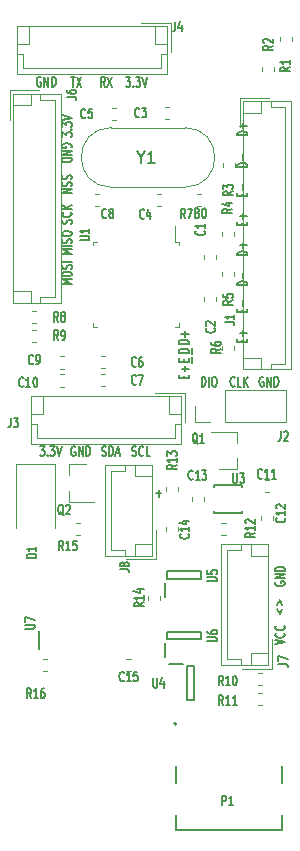
<source format=gbr>
G04 #@! TF.GenerationSoftware,KiCad,Pcbnew,(5.1.6)-1*
G04 #@! TF.CreationDate,2023-02-24T22:08:04-06:00*
G04 #@! TF.ProjectId,EncoderBoard3(1.2),456e636f-6465-4724-926f-617264332831,v1.0*
G04 #@! TF.SameCoordinates,Original*
G04 #@! TF.FileFunction,Legend,Top*
G04 #@! TF.FilePolarity,Positive*
%FSLAX46Y46*%
G04 Gerber Fmt 4.6, Leading zero omitted, Abs format (unit mm)*
G04 Created by KiCad (PCBNEW (5.1.6)-1) date 2023-02-24 22:08:04*
%MOMM*%
%LPD*%
G01*
G04 APERTURE LIST*
%ADD10C,0.152400*%
%ADD11C,0.120000*%
%ADD12C,0.200000*%
%ADD13C,0.127000*%
%ADD14C,0.150000*%
G04 APERTURE END LIST*
D10*
X133154057Y-110773028D02*
X133154057Y-110308571D01*
X133154057Y-111535028D02*
X133154057Y-111070571D01*
X132433422Y-112826800D02*
X132433422Y-112623600D01*
X132859175Y-112536514D02*
X132859175Y-112826800D01*
X132046375Y-112826800D01*
X132046375Y-112536514D01*
X132549537Y-112275257D02*
X132549537Y-111810800D01*
X132859175Y-112043028D02*
X132239899Y-112043028D01*
X132402942Y-111433428D02*
X132402942Y-111230228D01*
X132828695Y-111143142D02*
X132828695Y-111433428D01*
X132015895Y-111433428D01*
X132015895Y-111143142D01*
X132828695Y-110700457D02*
X132015895Y-110700457D01*
X132015895Y-110555314D01*
X132054600Y-110468228D01*
X132132009Y-110410171D01*
X132209419Y-110381142D01*
X132364238Y-110352114D01*
X132480352Y-110352114D01*
X132635171Y-110381142D01*
X132712580Y-110410171D01*
X132789990Y-110468228D01*
X132828695Y-110555314D01*
X132828695Y-110700457D01*
X132828695Y-109934828D02*
X132015895Y-109934828D01*
X132015895Y-109789685D01*
X132054600Y-109702600D01*
X132132009Y-109644542D01*
X132209419Y-109615514D01*
X132364238Y-109586485D01*
X132480352Y-109586485D01*
X132635171Y-109615514D01*
X132712580Y-109644542D01*
X132789990Y-109702600D01*
X132828695Y-109789685D01*
X132828695Y-109934828D01*
X132519057Y-109325228D02*
X132519057Y-108860771D01*
X132828695Y-109093000D02*
X132209419Y-109093000D01*
X137781695Y-94961528D02*
X136968895Y-94961528D01*
X136968895Y-94816385D01*
X137007600Y-94729300D01*
X137085009Y-94671242D01*
X137162419Y-94642214D01*
X137317238Y-94613185D01*
X137433352Y-94613185D01*
X137588171Y-94642214D01*
X137665580Y-94671242D01*
X137742990Y-94729300D01*
X137781695Y-94816385D01*
X137781695Y-94961528D01*
X137472057Y-94351928D02*
X137472057Y-93887471D01*
X137781695Y-92294528D02*
X136968895Y-92294528D01*
X136968895Y-92149385D01*
X137007600Y-92062300D01*
X137085009Y-92004242D01*
X137162419Y-91975214D01*
X137317238Y-91946185D01*
X137433352Y-91946185D01*
X137588171Y-91975214D01*
X137665580Y-92004242D01*
X137742990Y-92062300D01*
X137781695Y-92149385D01*
X137781695Y-92294528D01*
X137472057Y-91684928D02*
X137472057Y-91220471D01*
X137781695Y-91452700D02*
X137162419Y-91452700D01*
X137355942Y-109791500D02*
X137355942Y-109588300D01*
X137781695Y-109501214D02*
X137781695Y-109791500D01*
X136968895Y-109791500D01*
X136968895Y-109501214D01*
X137472057Y-109239957D02*
X137472057Y-108775500D01*
X137781695Y-109007728D02*
X137162419Y-109007728D01*
X137781695Y-102441828D02*
X136968895Y-102441828D01*
X136968895Y-102296685D01*
X137007600Y-102209600D01*
X137085009Y-102151542D01*
X137162419Y-102122514D01*
X137317238Y-102093485D01*
X137433352Y-102093485D01*
X137588171Y-102122514D01*
X137665580Y-102151542D01*
X137742990Y-102209600D01*
X137781695Y-102296685D01*
X137781695Y-102441828D01*
X137472057Y-101832228D02*
X137472057Y-101367771D01*
X137781695Y-101600000D02*
X137162419Y-101600000D01*
X137781695Y-104981828D02*
X136968895Y-104981828D01*
X136968895Y-104836685D01*
X137007600Y-104749600D01*
X137085009Y-104691542D01*
X137162419Y-104662514D01*
X137317238Y-104633485D01*
X137433352Y-104633485D01*
X137588171Y-104662514D01*
X137665580Y-104691542D01*
X137742990Y-104749600D01*
X137781695Y-104836685D01*
X137781695Y-104981828D01*
X137472057Y-104372228D02*
X137472057Y-103907771D01*
X137355942Y-107251500D02*
X137355942Y-107048300D01*
X137781695Y-106961214D02*
X137781695Y-107251500D01*
X136968895Y-107251500D01*
X136968895Y-106961214D01*
X137472057Y-106699957D02*
X137472057Y-106235500D01*
X137355942Y-97459800D02*
X137355942Y-97256600D01*
X137781695Y-97169514D02*
X137781695Y-97459800D01*
X136968895Y-97459800D01*
X136968895Y-97169514D01*
X137472057Y-96908257D02*
X137472057Y-96443800D01*
X137355942Y-99885500D02*
X137355942Y-99682300D01*
X137781695Y-99595214D02*
X137781695Y-99885500D01*
X136968895Y-99885500D01*
X136968895Y-99595214D01*
X137472057Y-99333957D02*
X137472057Y-98869500D01*
X137781695Y-99101728D02*
X137162419Y-99101728D01*
X122935395Y-97198542D02*
X122122595Y-97198542D01*
X122935395Y-96850200D01*
X122122595Y-96850200D01*
X122896690Y-96588942D02*
X122935395Y-96501857D01*
X122935395Y-96356714D01*
X122896690Y-96298657D01*
X122857985Y-96269628D01*
X122780576Y-96240600D01*
X122703166Y-96240600D01*
X122625757Y-96269628D01*
X122587052Y-96298657D01*
X122548347Y-96356714D01*
X122509642Y-96472828D01*
X122470938Y-96530885D01*
X122432233Y-96559914D01*
X122354823Y-96588942D01*
X122277414Y-96588942D01*
X122200004Y-96559914D01*
X122161300Y-96530885D01*
X122122595Y-96472828D01*
X122122595Y-96327685D01*
X122161300Y-96240600D01*
X122896690Y-96008371D02*
X122935395Y-95921285D01*
X122935395Y-95776142D01*
X122896690Y-95718085D01*
X122857985Y-95689057D01*
X122780576Y-95660028D01*
X122703166Y-95660028D01*
X122625757Y-95689057D01*
X122587052Y-95718085D01*
X122548347Y-95776142D01*
X122509642Y-95892257D01*
X122470938Y-95950314D01*
X122432233Y-95979342D01*
X122354823Y-96008371D01*
X122277414Y-96008371D01*
X122200004Y-95979342D01*
X122161300Y-95950314D01*
X122122595Y-95892257D01*
X122122595Y-95747114D01*
X122161300Y-95660028D01*
X122896690Y-99767571D02*
X122935395Y-99680485D01*
X122935395Y-99535342D01*
X122896690Y-99477285D01*
X122857985Y-99448257D01*
X122780576Y-99419228D01*
X122703166Y-99419228D01*
X122625757Y-99448257D01*
X122587052Y-99477285D01*
X122548347Y-99535342D01*
X122509642Y-99651457D01*
X122470938Y-99709514D01*
X122432233Y-99738542D01*
X122354823Y-99767571D01*
X122277414Y-99767571D01*
X122200004Y-99738542D01*
X122161300Y-99709514D01*
X122122595Y-99651457D01*
X122122595Y-99506314D01*
X122161300Y-99419228D01*
X122857985Y-98809628D02*
X122896690Y-98838657D01*
X122935395Y-98925742D01*
X122935395Y-98983800D01*
X122896690Y-99070885D01*
X122819280Y-99128942D01*
X122741871Y-99157971D01*
X122587052Y-99187000D01*
X122470938Y-99187000D01*
X122316119Y-99157971D01*
X122238709Y-99128942D01*
X122161300Y-99070885D01*
X122122595Y-98983800D01*
X122122595Y-98925742D01*
X122161300Y-98838657D01*
X122200004Y-98809628D01*
X122935395Y-98548371D02*
X122122595Y-98548371D01*
X122935395Y-98200028D02*
X122470938Y-98461285D01*
X122122595Y-98200028D02*
X122587052Y-98548371D01*
X122935395Y-102354742D02*
X122122595Y-102354742D01*
X122703166Y-102151542D01*
X122122595Y-101948342D01*
X122935395Y-101948342D01*
X122935395Y-101658057D02*
X122122595Y-101658057D01*
X122896690Y-101396800D02*
X122935395Y-101309714D01*
X122935395Y-101164571D01*
X122896690Y-101106514D01*
X122857985Y-101077485D01*
X122780576Y-101048457D01*
X122703166Y-101048457D01*
X122625757Y-101077485D01*
X122587052Y-101106514D01*
X122548347Y-101164571D01*
X122509642Y-101280685D01*
X122470938Y-101338742D01*
X122432233Y-101367771D01*
X122354823Y-101396800D01*
X122277414Y-101396800D01*
X122200004Y-101367771D01*
X122161300Y-101338742D01*
X122122595Y-101280685D01*
X122122595Y-101135542D01*
X122161300Y-101048457D01*
X122122595Y-100671085D02*
X122122595Y-100554971D01*
X122161300Y-100496914D01*
X122238709Y-100438857D01*
X122393528Y-100409828D01*
X122664461Y-100409828D01*
X122819280Y-100438857D01*
X122896690Y-100496914D01*
X122935395Y-100554971D01*
X122935395Y-100671085D01*
X122896690Y-100729142D01*
X122819280Y-100787200D01*
X122664461Y-100816228D01*
X122393528Y-100816228D01*
X122238709Y-100787200D01*
X122161300Y-100729142D01*
X122122595Y-100671085D01*
X122935395Y-104894742D02*
X122122595Y-104894742D01*
X122703166Y-104691542D01*
X122122595Y-104488342D01*
X122935395Y-104488342D01*
X122122595Y-104081942D02*
X122122595Y-103965828D01*
X122161300Y-103907771D01*
X122238709Y-103849714D01*
X122393528Y-103820685D01*
X122664461Y-103820685D01*
X122819280Y-103849714D01*
X122896690Y-103907771D01*
X122935395Y-103965828D01*
X122935395Y-104081942D01*
X122896690Y-104140000D01*
X122819280Y-104198057D01*
X122664461Y-104227085D01*
X122393528Y-104227085D01*
X122238709Y-104198057D01*
X122161300Y-104140000D01*
X122122595Y-104081942D01*
X122896690Y-103588457D02*
X122935395Y-103501371D01*
X122935395Y-103356228D01*
X122896690Y-103298171D01*
X122857985Y-103269142D01*
X122780576Y-103240114D01*
X122703166Y-103240114D01*
X122625757Y-103269142D01*
X122587052Y-103298171D01*
X122548347Y-103356228D01*
X122509642Y-103472342D01*
X122470938Y-103530400D01*
X122432233Y-103559428D01*
X122354823Y-103588457D01*
X122277414Y-103588457D01*
X122200004Y-103559428D01*
X122161300Y-103530400D01*
X122122595Y-103472342D01*
X122122595Y-103327200D01*
X122161300Y-103240114D01*
X122935395Y-102978857D02*
X122122595Y-102978857D01*
X122890280Y-93297102D02*
X122928984Y-93239045D01*
X122928984Y-93151960D01*
X122890280Y-93064874D01*
X122812870Y-93006817D01*
X122735460Y-92977788D01*
X122580641Y-92948760D01*
X122464527Y-92948760D01*
X122309708Y-92977788D01*
X122232299Y-93006817D01*
X122154889Y-93064874D01*
X122116184Y-93151960D01*
X122116184Y-93210017D01*
X122154889Y-93297102D01*
X122193594Y-93326131D01*
X122464527Y-93326131D01*
X122464527Y-93210017D01*
X122116184Y-93587388D02*
X122928984Y-93587388D01*
X122116184Y-93935731D01*
X122928984Y-93935731D01*
X122116184Y-94226017D02*
X122928984Y-94226017D01*
X122928984Y-94371160D01*
X122890280Y-94458245D01*
X122812870Y-94516302D01*
X122735460Y-94545331D01*
X122580641Y-94574360D01*
X122464527Y-94574360D01*
X122309708Y-94545331D01*
X122232299Y-94516302D01*
X122154889Y-94458245D01*
X122116184Y-94371160D01*
X122116184Y-94226017D01*
X122120055Y-92416085D02*
X122120055Y-92038714D01*
X122429693Y-92241914D01*
X122429693Y-92154828D01*
X122468398Y-92096771D01*
X122507102Y-92067742D01*
X122584512Y-92038714D01*
X122778036Y-92038714D01*
X122855445Y-92067742D01*
X122894150Y-92096771D01*
X122932855Y-92154828D01*
X122932855Y-92329000D01*
X122894150Y-92387057D01*
X122855445Y-92416085D01*
X122855445Y-91777457D02*
X122894150Y-91748428D01*
X122932855Y-91777457D01*
X122894150Y-91806485D01*
X122855445Y-91777457D01*
X122932855Y-91777457D01*
X122120055Y-91545228D02*
X122120055Y-91167857D01*
X122429693Y-91371057D01*
X122429693Y-91283971D01*
X122468398Y-91225914D01*
X122507102Y-91196885D01*
X122584512Y-91167857D01*
X122778036Y-91167857D01*
X122855445Y-91196885D01*
X122894150Y-91225914D01*
X122932855Y-91283971D01*
X122932855Y-91458142D01*
X122894150Y-91516200D01*
X122855445Y-91545228D01*
X122120055Y-90993685D02*
X122932855Y-90790485D01*
X122120055Y-90587285D01*
X125760480Y-88150095D02*
X125557280Y-87763047D01*
X125412137Y-88150095D02*
X125412137Y-87337295D01*
X125644365Y-87337295D01*
X125702422Y-87376000D01*
X125731451Y-87414704D01*
X125760480Y-87492114D01*
X125760480Y-87608228D01*
X125731451Y-87685638D01*
X125702422Y-87724342D01*
X125644365Y-87763047D01*
X125412137Y-87763047D01*
X125963680Y-87337295D02*
X126370080Y-88150095D01*
X126370080Y-87337295D02*
X125963680Y-88150095D01*
X122857622Y-87337295D02*
X123205965Y-87337295D01*
X123031794Y-88150095D02*
X123031794Y-87337295D01*
X123351108Y-87337295D02*
X123757508Y-88150095D01*
X123757508Y-87337295D02*
X123351108Y-88150095D01*
X120317622Y-87376000D02*
X120259565Y-87337295D01*
X120172480Y-87337295D01*
X120085394Y-87376000D01*
X120027337Y-87453409D01*
X119998308Y-87530819D01*
X119969280Y-87685638D01*
X119969280Y-87801752D01*
X119998308Y-87956571D01*
X120027337Y-88033980D01*
X120085394Y-88111390D01*
X120172480Y-88150095D01*
X120230537Y-88150095D01*
X120317622Y-88111390D01*
X120346651Y-88072685D01*
X120346651Y-87801752D01*
X120230537Y-87801752D01*
X120607908Y-88150095D02*
X120607908Y-87337295D01*
X120956251Y-88150095D01*
X120956251Y-87337295D01*
X121246537Y-88150095D02*
X121246537Y-87337295D01*
X121391680Y-87337295D01*
X121478765Y-87376000D01*
X121536822Y-87453409D01*
X121565851Y-87530819D01*
X121594880Y-87685638D01*
X121594880Y-87801752D01*
X121565851Y-87956571D01*
X121536822Y-88033980D01*
X121478765Y-88111390D01*
X121391680Y-88150095D01*
X121246537Y-88150095D01*
X127502194Y-87337295D02*
X127879565Y-87337295D01*
X127676365Y-87646933D01*
X127763451Y-87646933D01*
X127821508Y-87685638D01*
X127850537Y-87724342D01*
X127879565Y-87801752D01*
X127879565Y-87995276D01*
X127850537Y-88072685D01*
X127821508Y-88111390D01*
X127763451Y-88150095D01*
X127589280Y-88150095D01*
X127531222Y-88111390D01*
X127502194Y-88072685D01*
X128140822Y-88072685D02*
X128169851Y-88111390D01*
X128140822Y-88150095D01*
X128111794Y-88111390D01*
X128140822Y-88072685D01*
X128140822Y-88150095D01*
X128373051Y-87337295D02*
X128750422Y-87337295D01*
X128547222Y-87646933D01*
X128634308Y-87646933D01*
X128692365Y-87685638D01*
X128721394Y-87724342D01*
X128750422Y-87801752D01*
X128750422Y-87995276D01*
X128721394Y-88072685D01*
X128692365Y-88111390D01*
X128634308Y-88150095D01*
X128460137Y-88150095D01*
X128402080Y-88111390D01*
X128373051Y-88072685D01*
X128924594Y-87337295D02*
X129127794Y-88150095D01*
X129330994Y-87337295D01*
X120258114Y-118604695D02*
X120635485Y-118604695D01*
X120432285Y-118914333D01*
X120519371Y-118914333D01*
X120577428Y-118953038D01*
X120606457Y-118991742D01*
X120635485Y-119069152D01*
X120635485Y-119262676D01*
X120606457Y-119340085D01*
X120577428Y-119378790D01*
X120519371Y-119417495D01*
X120345200Y-119417495D01*
X120287142Y-119378790D01*
X120258114Y-119340085D01*
X120896742Y-119340085D02*
X120925771Y-119378790D01*
X120896742Y-119417495D01*
X120867714Y-119378790D01*
X120896742Y-119340085D01*
X120896742Y-119417495D01*
X121128971Y-118604695D02*
X121506342Y-118604695D01*
X121303142Y-118914333D01*
X121390228Y-118914333D01*
X121448285Y-118953038D01*
X121477314Y-118991742D01*
X121506342Y-119069152D01*
X121506342Y-119262676D01*
X121477314Y-119340085D01*
X121448285Y-119378790D01*
X121390228Y-119417495D01*
X121216057Y-119417495D01*
X121158000Y-119378790D01*
X121128971Y-119340085D01*
X121680514Y-118604695D02*
X121883714Y-119417495D01*
X122086914Y-118604695D01*
X123233542Y-118643400D02*
X123175485Y-118604695D01*
X123088400Y-118604695D01*
X123001314Y-118643400D01*
X122943257Y-118720809D01*
X122914228Y-118798219D01*
X122885200Y-118953038D01*
X122885200Y-119069152D01*
X122914228Y-119223971D01*
X122943257Y-119301380D01*
X123001314Y-119378790D01*
X123088400Y-119417495D01*
X123146457Y-119417495D01*
X123233542Y-119378790D01*
X123262571Y-119340085D01*
X123262571Y-119069152D01*
X123146457Y-119069152D01*
X123523828Y-119417495D02*
X123523828Y-118604695D01*
X123872171Y-119417495D01*
X123872171Y-118604695D01*
X124162457Y-119417495D02*
X124162457Y-118604695D01*
X124307600Y-118604695D01*
X124394685Y-118643400D01*
X124452742Y-118720809D01*
X124481771Y-118798219D01*
X124510800Y-118953038D01*
X124510800Y-119069152D01*
X124481771Y-119223971D01*
X124452742Y-119301380D01*
X124394685Y-119378790D01*
X124307600Y-119417495D01*
X124162457Y-119417495D01*
X125497771Y-119378790D02*
X125584857Y-119417495D01*
X125730000Y-119417495D01*
X125788057Y-119378790D01*
X125817085Y-119340085D01*
X125846114Y-119262676D01*
X125846114Y-119185266D01*
X125817085Y-119107857D01*
X125788057Y-119069152D01*
X125730000Y-119030447D01*
X125613885Y-118991742D01*
X125555828Y-118953038D01*
X125526800Y-118914333D01*
X125497771Y-118836923D01*
X125497771Y-118759514D01*
X125526800Y-118682104D01*
X125555828Y-118643400D01*
X125613885Y-118604695D01*
X125759028Y-118604695D01*
X125846114Y-118643400D01*
X126107371Y-119417495D02*
X126107371Y-118604695D01*
X126252514Y-118604695D01*
X126339600Y-118643400D01*
X126397657Y-118720809D01*
X126426685Y-118798219D01*
X126455714Y-118953038D01*
X126455714Y-119069152D01*
X126426685Y-119223971D01*
X126397657Y-119301380D01*
X126339600Y-119378790D01*
X126252514Y-119417495D01*
X126107371Y-119417495D01*
X126687942Y-119185266D02*
X126978228Y-119185266D01*
X126629885Y-119417495D02*
X126833085Y-118604695D01*
X127036285Y-119417495D01*
X128052285Y-119378790D02*
X128139371Y-119417495D01*
X128284514Y-119417495D01*
X128342571Y-119378790D01*
X128371600Y-119340085D01*
X128400628Y-119262676D01*
X128400628Y-119185266D01*
X128371600Y-119107857D01*
X128342571Y-119069152D01*
X128284514Y-119030447D01*
X128168400Y-118991742D01*
X128110342Y-118953038D01*
X128081314Y-118914333D01*
X128052285Y-118836923D01*
X128052285Y-118759514D01*
X128081314Y-118682104D01*
X128110342Y-118643400D01*
X128168400Y-118604695D01*
X128313542Y-118604695D01*
X128400628Y-118643400D01*
X129010228Y-119340085D02*
X128981200Y-119378790D01*
X128894114Y-119417495D01*
X128836057Y-119417495D01*
X128748971Y-119378790D01*
X128690914Y-119301380D01*
X128661885Y-119223971D01*
X128632857Y-119069152D01*
X128632857Y-118953038D01*
X128661885Y-118798219D01*
X128690914Y-118720809D01*
X128748971Y-118643400D01*
X128836057Y-118604695D01*
X128894114Y-118604695D01*
X128981200Y-118643400D01*
X129010228Y-118682104D01*
X129561771Y-119417495D02*
X129271485Y-119417495D01*
X129271485Y-118604695D01*
X139172042Y-112776000D02*
X139113985Y-112737295D01*
X139026900Y-112737295D01*
X138939814Y-112776000D01*
X138881757Y-112853409D01*
X138852728Y-112930819D01*
X138823700Y-113085638D01*
X138823700Y-113201752D01*
X138852728Y-113356571D01*
X138881757Y-113433980D01*
X138939814Y-113511390D01*
X139026900Y-113550095D01*
X139084957Y-113550095D01*
X139172042Y-113511390D01*
X139201071Y-113472685D01*
X139201071Y-113201752D01*
X139084957Y-113201752D01*
X139462328Y-113550095D02*
X139462328Y-112737295D01*
X139810671Y-113550095D01*
X139810671Y-112737295D01*
X140100957Y-113550095D02*
X140100957Y-112737295D01*
X140246100Y-112737295D01*
X140333185Y-112776000D01*
X140391242Y-112853409D01*
X140420271Y-112930819D01*
X140449300Y-113085638D01*
X140449300Y-113201752D01*
X140420271Y-113356571D01*
X140391242Y-113433980D01*
X140333185Y-113511390D01*
X140246100Y-113550095D01*
X140100957Y-113550095D01*
X136733642Y-113472685D02*
X136704614Y-113511390D01*
X136617528Y-113550095D01*
X136559471Y-113550095D01*
X136472385Y-113511390D01*
X136414328Y-113433980D01*
X136385300Y-113356571D01*
X136356271Y-113201752D01*
X136356271Y-113085638D01*
X136385300Y-112930819D01*
X136414328Y-112853409D01*
X136472385Y-112776000D01*
X136559471Y-112737295D01*
X136617528Y-112737295D01*
X136704614Y-112776000D01*
X136733642Y-112814704D01*
X137285185Y-113550095D02*
X136994900Y-113550095D01*
X136994900Y-112737295D01*
X137488385Y-113550095D02*
X137488385Y-112737295D01*
X137836728Y-113550095D02*
X137575471Y-113085638D01*
X137836728Y-112737295D02*
X137488385Y-113201752D01*
X133932385Y-113550095D02*
X133932385Y-112737295D01*
X134077528Y-112737295D01*
X134164614Y-112776000D01*
X134222671Y-112853409D01*
X134251700Y-112930819D01*
X134280728Y-113085638D01*
X134280728Y-113201752D01*
X134251700Y-113356571D01*
X134222671Y-113433980D01*
X134164614Y-113511390D01*
X134077528Y-113550095D01*
X133932385Y-113550095D01*
X134541985Y-113550095D02*
X134541985Y-112737295D01*
X134948385Y-112737295D02*
X135064500Y-112737295D01*
X135122557Y-112776000D01*
X135180614Y-112853409D01*
X135209642Y-113008228D01*
X135209642Y-113279161D01*
X135180614Y-113433980D01*
X135122557Y-113511390D01*
X135064500Y-113550095D01*
X134948385Y-113550095D01*
X134890328Y-113511390D01*
X134832271Y-113433980D01*
X134803242Y-113279161D01*
X134803242Y-113008228D01*
X134832271Y-112853409D01*
X134890328Y-112776000D01*
X134948385Y-112737295D01*
X133580777Y-98854622D02*
X133667862Y-98893327D01*
X133696891Y-98932032D01*
X133725920Y-99009441D01*
X133725920Y-99125556D01*
X133696891Y-99202965D01*
X133667862Y-99241670D01*
X133609805Y-99280375D01*
X133377577Y-99280375D01*
X133377577Y-98467575D01*
X133580777Y-98467575D01*
X133638834Y-98506280D01*
X133667862Y-98544984D01*
X133696891Y-98622394D01*
X133696891Y-98699803D01*
X133667862Y-98777213D01*
X133638834Y-98815918D01*
X133580777Y-98854622D01*
X133377577Y-98854622D01*
X134103291Y-98467575D02*
X134161348Y-98467575D01*
X134219405Y-98506280D01*
X134248434Y-98544984D01*
X134277462Y-98622394D01*
X134306491Y-98777213D01*
X134306491Y-98970737D01*
X134277462Y-99125556D01*
X134248434Y-99202965D01*
X134219405Y-99241670D01*
X134161348Y-99280375D01*
X134103291Y-99280375D01*
X134045234Y-99241670D01*
X134016205Y-99202965D01*
X133987177Y-99125556D01*
X133958148Y-98970737D01*
X133958148Y-98777213D01*
X133987177Y-98622394D01*
X134016205Y-98544984D01*
X134045234Y-98506280D01*
X134103291Y-98467575D01*
X140783491Y-132082177D02*
X140551262Y-131617720D01*
X140319034Y-132082177D01*
X140783491Y-132372462D02*
X140551262Y-132836920D01*
X140319034Y-132372462D01*
X140202920Y-130088277D02*
X140164215Y-130146334D01*
X140164215Y-130233420D01*
X140202920Y-130320505D01*
X140280329Y-130378562D01*
X140357739Y-130407591D01*
X140512558Y-130436620D01*
X140628672Y-130436620D01*
X140783491Y-130407591D01*
X140860900Y-130378562D01*
X140938310Y-130320505D01*
X140977015Y-130233420D01*
X140977015Y-130175362D01*
X140938310Y-130088277D01*
X140899605Y-130059248D01*
X140628672Y-130059248D01*
X140628672Y-130175362D01*
X140977015Y-129797991D02*
X140164215Y-129797991D01*
X140977015Y-129449648D01*
X140164215Y-129449648D01*
X140977015Y-129159362D02*
X140164215Y-129159362D01*
X140164215Y-129014220D01*
X140202920Y-128927134D01*
X140280329Y-128869077D01*
X140357739Y-128840048D01*
X140512558Y-128811020D01*
X140628672Y-128811020D01*
X140783491Y-128840048D01*
X140860900Y-128869077D01*
X140938310Y-128927134D01*
X140977015Y-129014220D01*
X140977015Y-129159362D01*
X140164215Y-135389620D02*
X140977015Y-135186420D01*
X140164215Y-134983220D01*
X140899605Y-134431677D02*
X140938310Y-134460705D01*
X140977015Y-134547791D01*
X140977015Y-134605848D01*
X140938310Y-134692934D01*
X140860900Y-134750991D01*
X140783491Y-134780020D01*
X140628672Y-134809048D01*
X140512558Y-134809048D01*
X140357739Y-134780020D01*
X140280329Y-134750991D01*
X140202920Y-134692934D01*
X140164215Y-134605848D01*
X140164215Y-134547791D01*
X140202920Y-134460705D01*
X140241624Y-134431677D01*
X140899605Y-133822077D02*
X140938310Y-133851105D01*
X140977015Y-133938191D01*
X140977015Y-133996248D01*
X140938310Y-134083334D01*
X140860900Y-134141391D01*
X140783491Y-134170420D01*
X140628672Y-134199448D01*
X140512558Y-134199448D01*
X140357739Y-134170420D01*
X140280329Y-134141391D01*
X140202920Y-134083334D01*
X140164215Y-133996248D01*
X140164215Y-133938191D01*
X140202920Y-133851105D01*
X140241624Y-133822077D01*
X130069771Y-122600357D02*
X130534228Y-122600357D01*
X130302000Y-122909995D02*
X130302000Y-122290719D01*
D11*
X132513500Y-114090300D02*
X130013500Y-114090300D01*
X132513500Y-116590300D02*
X132513500Y-114090300D01*
X120493500Y-115890300D02*
X120493500Y-114390300D01*
X119493500Y-115890300D02*
X120493500Y-115890300D01*
X131213500Y-115890300D02*
X131213500Y-114390300D01*
X132213500Y-115890300D02*
X131213500Y-115890300D01*
X119993500Y-116700300D02*
X119493500Y-116700300D01*
X119993500Y-117910300D02*
X119993500Y-116700300D01*
X131713500Y-117910300D02*
X119993500Y-117910300D01*
X131713500Y-116700300D02*
X131713500Y-117910300D01*
X132213500Y-116700300D02*
X131713500Y-116700300D01*
X119493500Y-118410300D02*
X132213500Y-118410300D01*
X119493500Y-114390300D02*
X119493500Y-118410300D01*
X132213500Y-114390300D02*
X119493500Y-114390300D01*
X132213500Y-118410300D02*
X132213500Y-114390300D01*
X140083000Y-86866547D02*
X140083000Y-86524013D01*
X139063000Y-86866547D02*
X139063000Y-86524013D01*
X136704800Y-110125693D02*
X136704800Y-110468227D01*
X135684800Y-110125693D02*
X135684800Y-110468227D01*
X126274360Y-91627720D02*
X132524360Y-91627720D01*
X126274360Y-96677720D02*
X132524360Y-96677720D01*
X126274360Y-96677720D02*
G75*
G02*
X126274360Y-91627720I0J2525000D01*
G01*
X132524360Y-96677720D02*
G75*
G03*
X132524360Y-91627720I0J2525000D01*
G01*
X135694960Y-104219827D02*
X135694960Y-103877293D01*
X136714960Y-104219827D02*
X136714960Y-103877293D01*
X135175720Y-106297547D02*
X135175720Y-105955013D01*
X134155720Y-106297547D02*
X134155720Y-105955013D01*
X134145560Y-102756787D02*
X134145560Y-102414253D01*
X135165560Y-102756787D02*
X135165560Y-102414253D01*
D12*
X131796000Y-142097800D02*
G75*
G03*
X131796000Y-142097800I-100000J0D01*
G01*
D13*
X131801000Y-151097800D02*
X131801000Y-149867800D01*
X140741000Y-151097800D02*
X131801000Y-151097800D01*
X140741000Y-149867800D02*
X140741000Y-151097800D01*
X140741000Y-145687800D02*
X140741000Y-147127800D01*
X131801000Y-145687800D02*
X131801000Y-147127800D01*
D11*
X131312080Y-82759400D02*
X128812080Y-82759400D01*
X131312080Y-85259400D02*
X131312080Y-82759400D01*
X119292080Y-84559400D02*
X119292080Y-83059400D01*
X118292080Y-84559400D02*
X119292080Y-84559400D01*
X130012080Y-84559400D02*
X130012080Y-83059400D01*
X131012080Y-84559400D02*
X130012080Y-84559400D01*
X118792080Y-85369400D02*
X118292080Y-85369400D01*
X118792080Y-86579400D02*
X118792080Y-85369400D01*
X130512080Y-86579400D02*
X118792080Y-86579400D01*
X130512080Y-85369400D02*
X130512080Y-86579400D01*
X131012080Y-85369400D02*
X130512080Y-85369400D01*
X118292080Y-87079400D02*
X131012080Y-87079400D01*
X118292080Y-83059400D02*
X118292080Y-87079400D01*
X131012080Y-83059400D02*
X118292080Y-83059400D01*
X131012080Y-87079400D02*
X131012080Y-83059400D01*
X117671700Y-88453800D02*
X117671700Y-90953800D01*
X120171700Y-88453800D02*
X117671700Y-88453800D01*
X119471700Y-105473800D02*
X117971700Y-105473800D01*
X119471700Y-106473800D02*
X119471700Y-105473800D01*
X119471700Y-89753800D02*
X117971700Y-89753800D01*
X119471700Y-88753800D02*
X119471700Y-89753800D01*
X120281700Y-105973800D02*
X120281700Y-106473800D01*
X121491700Y-105973800D02*
X120281700Y-105973800D01*
X121491700Y-89253800D02*
X121491700Y-105973800D01*
X120281700Y-89253800D02*
X121491700Y-89253800D01*
X120281700Y-88753800D02*
X120281700Y-89253800D01*
X121991700Y-106473800D02*
X121991700Y-88753800D01*
X117971700Y-106473800D02*
X121991700Y-106473800D01*
X117971700Y-88753800D02*
X117971700Y-106473800D01*
X121991700Y-88753800D02*
X117971700Y-88753800D01*
X125734500Y-127882800D02*
X129754500Y-127882800D01*
X129754500Y-127882800D02*
X129754500Y-120162800D01*
X129754500Y-120162800D02*
X125734500Y-120162800D01*
X125734500Y-120162800D02*
X125734500Y-127882800D01*
X127444500Y-127882800D02*
X127444500Y-127382800D01*
X127444500Y-127382800D02*
X126234500Y-127382800D01*
X126234500Y-127382800D02*
X126234500Y-120662800D01*
X126234500Y-120662800D02*
X127444500Y-120662800D01*
X127444500Y-120662800D02*
X127444500Y-120162800D01*
X128254500Y-127882800D02*
X128254500Y-126882800D01*
X128254500Y-126882800D02*
X129754500Y-126882800D01*
X128254500Y-120162800D02*
X128254500Y-121162800D01*
X128254500Y-121162800D02*
X129754500Y-121162800D01*
X127554500Y-128182800D02*
X130054500Y-128182800D01*
X130054500Y-128182800D02*
X130054500Y-125682800D01*
X138728733Y-137843800D02*
X139071267Y-137843800D01*
X138728733Y-138863800D02*
X139071267Y-138863800D01*
X138728733Y-139494800D02*
X139071267Y-139494800D01*
X138728733Y-140514800D02*
X139071267Y-140514800D01*
X136904000Y-120540900D02*
X135444000Y-120540900D01*
X136904000Y-117380900D02*
X134744000Y-117380900D01*
X136904000Y-117380900D02*
X136904000Y-118310900D01*
X136904000Y-120540900D02*
X136904000Y-119610900D01*
X122276687Y-111008700D02*
X121934153Y-111008700D01*
X122276687Y-112028700D02*
X121934153Y-112028700D01*
X119917027Y-108735400D02*
X119574493Y-108735400D01*
X119917027Y-109755400D02*
X119574493Y-109755400D01*
X119571953Y-107170760D02*
X119914487Y-107170760D01*
X119571953Y-108190760D02*
X119914487Y-108190760D01*
D12*
X130861000Y-136457300D02*
X130861000Y-135257300D01*
X133911000Y-134907300D02*
X131011000Y-134907300D01*
X133911000Y-134307300D02*
X133911000Y-134907300D01*
X131011000Y-134307300D02*
X133911000Y-134307300D01*
X131011000Y-134907300D02*
X131011000Y-134307300D01*
X131139000Y-137073800D02*
X132339000Y-137073800D01*
X132689000Y-140123800D02*
X132689000Y-137223800D01*
X133289000Y-140123800D02*
X132689000Y-140123800D01*
X133289000Y-137223800D02*
X133289000Y-140123800D01*
X132689000Y-137223800D02*
X133289000Y-137223800D01*
D11*
X123336233Y-125143800D02*
X123678767Y-125143800D01*
X123336233Y-126163800D02*
X123678767Y-126163800D01*
X131955000Y-122053533D02*
X131955000Y-122396067D01*
X130935000Y-122053533D02*
X130935000Y-122396067D01*
X129411000Y-131603567D02*
X129411000Y-131261033D01*
X130431000Y-131603567D02*
X130431000Y-131261033D01*
X120884767Y-136637300D02*
X120542233Y-136637300D01*
X120884767Y-137657300D02*
X120542233Y-137657300D01*
X122684000Y-120136800D02*
X124144000Y-120136800D01*
X122684000Y-123296800D02*
X124844000Y-123296800D01*
X122684000Y-123296800D02*
X122684000Y-122366800D01*
X122684000Y-120136800D02*
X122684000Y-121066800D01*
D12*
X130861000Y-131357300D02*
X130861000Y-130157300D01*
X133911000Y-129807300D02*
X131011000Y-129807300D01*
X133911000Y-129207300D02*
X133911000Y-129807300D01*
X131011000Y-129207300D02*
X133911000Y-129207300D01*
X131011000Y-129807300D02*
X131011000Y-129207300D01*
X120140500Y-135796300D02*
X120140500Y-134271300D01*
D11*
X130935000Y-125482533D02*
X130935000Y-125825067D01*
X131955000Y-125482533D02*
X131955000Y-125825067D01*
D10*
X137337800Y-124256800D02*
X137337800Y-124079000D01*
X135001000Y-124256800D02*
X137337800Y-124256800D01*
X135001000Y-121920000D02*
X135001000Y-122097800D01*
X137337800Y-121920000D02*
X135001000Y-121920000D01*
X137337800Y-122097800D02*
X137337800Y-121920000D01*
X135001000Y-124079000D02*
X135001000Y-124256800D01*
D11*
X135959667Y-126138400D02*
X135617133Y-126138400D01*
X135959667Y-125118400D02*
X135617133Y-125118400D01*
X140006800Y-124859867D02*
X140006800Y-124517333D01*
X138986800Y-124859867D02*
X138986800Y-124517333D01*
X134139400Y-123259667D02*
X134139400Y-122917133D01*
X133119400Y-123259667D02*
X133119400Y-122917133D01*
X139274733Y-122506200D02*
X139617267Y-122506200D01*
X139274733Y-121486200D02*
X139617267Y-121486200D01*
X125388553Y-113527300D02*
X125731087Y-113527300D01*
X125388553Y-112507300D02*
X125731087Y-112507300D01*
X130872413Y-90911140D02*
X131214947Y-90911140D01*
X130872413Y-89891140D02*
X131214947Y-89891140D01*
X133569893Y-97285080D02*
X133912427Y-97285080D01*
X133569893Y-98305080D02*
X133912427Y-98305080D01*
X125388553Y-112003300D02*
X125731087Y-112003300D01*
X125388553Y-110983300D02*
X125731087Y-110983300D01*
X122276687Y-112532700D02*
X121934153Y-112532700D01*
X122276687Y-113552700D02*
X121934153Y-113552700D01*
X126363913Y-90974640D02*
X126706447Y-90974640D01*
X126363913Y-89954640D02*
X126706447Y-89954640D01*
X130473267Y-97285080D02*
X130130733Y-97285080D01*
X130473267Y-98305080D02*
X130130733Y-98305080D01*
X125266267Y-97285080D02*
X124923733Y-97285080D01*
X125266267Y-98305080D02*
X124923733Y-98305080D01*
X133353500Y-116544400D02*
X133353500Y-115214400D01*
X134683500Y-116544400D02*
X133353500Y-116544400D01*
X135953500Y-116544400D02*
X135953500Y-113884400D01*
X135953500Y-113884400D02*
X141093500Y-113884400D01*
X135953500Y-116544400D02*
X141093500Y-116544400D01*
X141093500Y-116544400D02*
X141093500Y-113884400D01*
X127572953Y-136622060D02*
X127915487Y-136622060D01*
X127572953Y-137642060D02*
X127915487Y-137642060D01*
X139897000Y-137428400D02*
X139897000Y-134928400D01*
X137397000Y-137428400D02*
X139897000Y-137428400D01*
X138097000Y-127908400D02*
X139597000Y-127908400D01*
X138097000Y-126908400D02*
X138097000Y-127908400D01*
X138097000Y-136128400D02*
X139597000Y-136128400D01*
X138097000Y-137128400D02*
X138097000Y-136128400D01*
X137287000Y-127408400D02*
X137287000Y-126908400D01*
X136077000Y-127408400D02*
X137287000Y-127408400D01*
X136077000Y-136628400D02*
X136077000Y-127408400D01*
X137287000Y-136628400D02*
X136077000Y-136628400D01*
X137287000Y-137128400D02*
X137287000Y-136628400D01*
X135577000Y-126908400D02*
X135577000Y-137128400D01*
X139597000Y-126908400D02*
X135577000Y-126908400D01*
X139597000Y-137128400D02*
X139597000Y-126908400D01*
X135577000Y-137128400D02*
X139597000Y-137128400D01*
X121538000Y-120094800D02*
X121538000Y-125494800D01*
X118238000Y-120094800D02*
X118238000Y-125494800D01*
X121538000Y-120094800D02*
X118238000Y-120094800D01*
X131694300Y-101279300D02*
X131694300Y-99964300D01*
X131994300Y-101279300D02*
X131694300Y-101279300D01*
X131994300Y-101579300D02*
X131994300Y-101279300D01*
X131994300Y-108499300D02*
X131694300Y-108499300D01*
X131994300Y-108199300D02*
X131994300Y-108499300D01*
X124774300Y-101279300D02*
X125074300Y-101279300D01*
X124774300Y-101579300D02*
X124774300Y-101279300D01*
X124774300Y-108499300D02*
X125074300Y-108499300D01*
X124774300Y-108199300D02*
X124774300Y-108499300D01*
X141607000Y-84283367D02*
X141607000Y-83940833D01*
X140587000Y-84283367D02*
X140587000Y-83940833D01*
X135694960Y-100458453D02*
X135694960Y-100800987D01*
X136714960Y-100458453D02*
X136714960Y-100800987D01*
X141486200Y-89388800D02*
X137466200Y-89388800D01*
X137466200Y-89388800D02*
X137466200Y-112108800D01*
X137466200Y-112108800D02*
X141486200Y-112108800D01*
X141486200Y-112108800D02*
X141486200Y-89388800D01*
X139776200Y-89388800D02*
X139776200Y-89888800D01*
X139776200Y-89888800D02*
X140986200Y-89888800D01*
X140986200Y-89888800D02*
X140986200Y-111608800D01*
X140986200Y-111608800D02*
X139776200Y-111608800D01*
X139776200Y-111608800D02*
X139776200Y-112108800D01*
X138966200Y-89388800D02*
X138966200Y-90388800D01*
X138966200Y-90388800D02*
X137466200Y-90388800D01*
X138966200Y-112108800D02*
X138966200Y-111108800D01*
X138966200Y-111108800D02*
X137466200Y-111108800D01*
X139666200Y-89088800D02*
X137166200Y-89088800D01*
X137166200Y-89088800D02*
X137166200Y-91588800D01*
X136730200Y-94938667D02*
X136730200Y-94596133D01*
X135710200Y-94938667D02*
X135710200Y-94596133D01*
D10*
X117779800Y-116191695D02*
X117779800Y-116772266D01*
X117750771Y-116888380D01*
X117692714Y-116965790D01*
X117605628Y-117004495D01*
X117547571Y-117004495D01*
X118012028Y-116191695D02*
X118389400Y-116191695D01*
X118186200Y-116501333D01*
X118273285Y-116501333D01*
X118331342Y-116540038D01*
X118360371Y-116578742D01*
X118389400Y-116656152D01*
X118389400Y-116849676D01*
X118360371Y-116927085D01*
X118331342Y-116965790D01*
X118273285Y-117004495D01*
X118099114Y-117004495D01*
X118041057Y-116965790D01*
X118012028Y-116927085D01*
X139953395Y-84688680D02*
X139566347Y-84891880D01*
X139953395Y-85037022D02*
X139140595Y-85037022D01*
X139140595Y-84804794D01*
X139179300Y-84746737D01*
X139218004Y-84717708D01*
X139295414Y-84688680D01*
X139411528Y-84688680D01*
X139488938Y-84717708D01*
X139527642Y-84746737D01*
X139566347Y-84804794D01*
X139566347Y-85037022D01*
X139218004Y-84456451D02*
X139179300Y-84427422D01*
X139140595Y-84369365D01*
X139140595Y-84224222D01*
X139179300Y-84166165D01*
X139218004Y-84137137D01*
X139295414Y-84108108D01*
X139372823Y-84108108D01*
X139488938Y-84137137D01*
X139953395Y-84485480D01*
X139953395Y-84108108D01*
X135546495Y-110335060D02*
X135159447Y-110538260D01*
X135546495Y-110683402D02*
X134733695Y-110683402D01*
X134733695Y-110451174D01*
X134772400Y-110393117D01*
X134811104Y-110364088D01*
X134888514Y-110335060D01*
X135004628Y-110335060D01*
X135082038Y-110364088D01*
X135120742Y-110393117D01*
X135159447Y-110451174D01*
X135159447Y-110683402D01*
X134733695Y-109812545D02*
X134733695Y-109928660D01*
X134772400Y-109986717D01*
X134811104Y-110015745D01*
X134927219Y-110073802D01*
X135082038Y-110102831D01*
X135391676Y-110102831D01*
X135469085Y-110073802D01*
X135507790Y-110044774D01*
X135546495Y-109986717D01*
X135546495Y-109870602D01*
X135507790Y-109812545D01*
X135469085Y-109783517D01*
X135391676Y-109754488D01*
X135198152Y-109754488D01*
X135120742Y-109783517D01*
X135082038Y-109812545D01*
X135043333Y-109870602D01*
X135043333Y-109986717D01*
X135082038Y-110044774D01*
X135120742Y-110073802D01*
X135198152Y-110102831D01*
D14*
X128769169Y-94128910D02*
X128769169Y-94605100D01*
X128435836Y-93605100D02*
X128769169Y-94128910D01*
X129102502Y-93605100D01*
X129959645Y-94605100D02*
X129388217Y-94605100D01*
X129673931Y-94605100D02*
X129673931Y-93605100D01*
X129578693Y-93747958D01*
X129483455Y-93843196D01*
X129388217Y-93890815D01*
D10*
X136572655Y-106263440D02*
X136185607Y-106466640D01*
X136572655Y-106611782D02*
X135759855Y-106611782D01*
X135759855Y-106379554D01*
X135798560Y-106321497D01*
X135837264Y-106292468D01*
X135914674Y-106263440D01*
X136030788Y-106263440D01*
X136108198Y-106292468D01*
X136146902Y-106321497D01*
X136185607Y-106379554D01*
X136185607Y-106611782D01*
X135759855Y-105711897D02*
X135759855Y-106002182D01*
X136146902Y-106031211D01*
X136108198Y-106002182D01*
X136069493Y-105944125D01*
X136069493Y-105798982D01*
X136108198Y-105740925D01*
X136146902Y-105711897D01*
X136224312Y-105682868D01*
X136417836Y-105682868D01*
X136495245Y-105711897D01*
X136533950Y-105740925D01*
X136572655Y-105798982D01*
X136572655Y-105944125D01*
X136533950Y-106002182D01*
X136495245Y-106031211D01*
X135001725Y-108625640D02*
X135040430Y-108654668D01*
X135079135Y-108741754D01*
X135079135Y-108799811D01*
X135040430Y-108886897D01*
X134963020Y-108944954D01*
X134885611Y-108973982D01*
X134730792Y-109003011D01*
X134614678Y-109003011D01*
X134459859Y-108973982D01*
X134382449Y-108944954D01*
X134305040Y-108886897D01*
X134266335Y-108799811D01*
X134266335Y-108741754D01*
X134305040Y-108654668D01*
X134343744Y-108625640D01*
X134343744Y-108393411D02*
X134305040Y-108364382D01*
X134266335Y-108306325D01*
X134266335Y-108161182D01*
X134305040Y-108103125D01*
X134343744Y-108074097D01*
X134421154Y-108045068D01*
X134498563Y-108045068D01*
X134614678Y-108074097D01*
X135079135Y-108422440D01*
X135079135Y-108045068D01*
X134148285Y-100355400D02*
X134186990Y-100384428D01*
X134225695Y-100471514D01*
X134225695Y-100529571D01*
X134186990Y-100616657D01*
X134109580Y-100674714D01*
X134032171Y-100703742D01*
X133877352Y-100732771D01*
X133761238Y-100732771D01*
X133606419Y-100703742D01*
X133529009Y-100674714D01*
X133451600Y-100616657D01*
X133412895Y-100529571D01*
X133412895Y-100471514D01*
X133451600Y-100384428D01*
X133490304Y-100355400D01*
X134225695Y-99774828D02*
X134225695Y-100123171D01*
X134225695Y-99949000D02*
X133412895Y-99949000D01*
X133529009Y-100007057D01*
X133606419Y-100065114D01*
X133645123Y-100123171D01*
X135694057Y-149008495D02*
X135694057Y-148195695D01*
X135926285Y-148195695D01*
X135984342Y-148234400D01*
X136013371Y-148273104D01*
X136042400Y-148350514D01*
X136042400Y-148466628D01*
X136013371Y-148544038D01*
X135984342Y-148582742D01*
X135926285Y-148621447D01*
X135694057Y-148621447D01*
X136622971Y-149008495D02*
X136274628Y-149008495D01*
X136448800Y-149008495D02*
X136448800Y-148195695D01*
X136390742Y-148311809D01*
X136332685Y-148389219D01*
X136274628Y-148427923D01*
X131714240Y-82658615D02*
X131714240Y-83239186D01*
X131685211Y-83355300D01*
X131627154Y-83432710D01*
X131540068Y-83471415D01*
X131482011Y-83471415D01*
X132265782Y-82929548D02*
X132265782Y-83471415D01*
X132120640Y-82619910D02*
X131975497Y-83200481D01*
X132352868Y-83200481D01*
X122503595Y-89027000D02*
X123084166Y-89027000D01*
X123200280Y-89056028D01*
X123277690Y-89114085D01*
X123316395Y-89201171D01*
X123316395Y-89259228D01*
X122503595Y-88475457D02*
X122503595Y-88591571D01*
X122542300Y-88649628D01*
X122581004Y-88678657D01*
X122697119Y-88736714D01*
X122851938Y-88765742D01*
X123161576Y-88765742D01*
X123238985Y-88736714D01*
X123277690Y-88707685D01*
X123316395Y-88649628D01*
X123316395Y-88533514D01*
X123277690Y-88475457D01*
X123238985Y-88446428D01*
X123161576Y-88417400D01*
X122968052Y-88417400D01*
X122890642Y-88446428D01*
X122851938Y-88475457D01*
X122813233Y-88533514D01*
X122813233Y-88649628D01*
X122851938Y-88707685D01*
X122890642Y-88736714D01*
X122968052Y-88765742D01*
X126999395Y-129032000D02*
X127579966Y-129032000D01*
X127696080Y-129061028D01*
X127773490Y-129119085D01*
X127812195Y-129206171D01*
X127812195Y-129264228D01*
X127347738Y-128654628D02*
X127309033Y-128712685D01*
X127270328Y-128741714D01*
X127192919Y-128770742D01*
X127154214Y-128770742D01*
X127076804Y-128741714D01*
X127038100Y-128712685D01*
X126999395Y-128654628D01*
X126999395Y-128538514D01*
X127038100Y-128480457D01*
X127076804Y-128451428D01*
X127154214Y-128422400D01*
X127192919Y-128422400D01*
X127270328Y-128451428D01*
X127309033Y-128480457D01*
X127347738Y-128538514D01*
X127347738Y-128654628D01*
X127386442Y-128712685D01*
X127425147Y-128741714D01*
X127502557Y-128770742D01*
X127657376Y-128770742D01*
X127734785Y-128741714D01*
X127773490Y-128712685D01*
X127812195Y-128654628D01*
X127812195Y-128538514D01*
X127773490Y-128480457D01*
X127734785Y-128451428D01*
X127657376Y-128422400D01*
X127502557Y-128422400D01*
X127425147Y-128451428D01*
X127386442Y-128480457D01*
X127347738Y-128538514D01*
X135752114Y-138848495D02*
X135548914Y-138461447D01*
X135403771Y-138848495D02*
X135403771Y-138035695D01*
X135636000Y-138035695D01*
X135694057Y-138074400D01*
X135723085Y-138113104D01*
X135752114Y-138190514D01*
X135752114Y-138306628D01*
X135723085Y-138384038D01*
X135694057Y-138422742D01*
X135636000Y-138461447D01*
X135403771Y-138461447D01*
X136332685Y-138848495D02*
X135984342Y-138848495D01*
X136158514Y-138848495D02*
X136158514Y-138035695D01*
X136100457Y-138151809D01*
X136042400Y-138229219D01*
X135984342Y-138267923D01*
X136710057Y-138035695D02*
X136768114Y-138035695D01*
X136826171Y-138074400D01*
X136855200Y-138113104D01*
X136884228Y-138190514D01*
X136913257Y-138345333D01*
X136913257Y-138538857D01*
X136884228Y-138693676D01*
X136855200Y-138771085D01*
X136826171Y-138809790D01*
X136768114Y-138848495D01*
X136710057Y-138848495D01*
X136652000Y-138809790D01*
X136622971Y-138771085D01*
X136593942Y-138693676D01*
X136564914Y-138538857D01*
X136564914Y-138345333D01*
X136593942Y-138190514D01*
X136622971Y-138113104D01*
X136652000Y-138074400D01*
X136710057Y-138035695D01*
X135752114Y-140499495D02*
X135548914Y-140112447D01*
X135403771Y-140499495D02*
X135403771Y-139686695D01*
X135636000Y-139686695D01*
X135694057Y-139725400D01*
X135723085Y-139764104D01*
X135752114Y-139841514D01*
X135752114Y-139957628D01*
X135723085Y-140035038D01*
X135694057Y-140073742D01*
X135636000Y-140112447D01*
X135403771Y-140112447D01*
X136332685Y-140499495D02*
X135984342Y-140499495D01*
X136158514Y-140499495D02*
X136158514Y-139686695D01*
X136100457Y-139802809D01*
X136042400Y-139880219D01*
X135984342Y-139918923D01*
X136913257Y-140499495D02*
X136564914Y-140499495D01*
X136739085Y-140499495D02*
X136739085Y-139686695D01*
X136681028Y-139802809D01*
X136622971Y-139880219D01*
X136564914Y-139918923D01*
X133609442Y-118390004D02*
X133551385Y-118351300D01*
X133493328Y-118273890D01*
X133406242Y-118157776D01*
X133348185Y-118119071D01*
X133290128Y-118119071D01*
X133319157Y-118312595D02*
X133261100Y-118273890D01*
X133203042Y-118196480D01*
X133174014Y-118041661D01*
X133174014Y-117770728D01*
X133203042Y-117615909D01*
X133261100Y-117538500D01*
X133319157Y-117499795D01*
X133435271Y-117499795D01*
X133493328Y-117538500D01*
X133551385Y-117615909D01*
X133580414Y-117770728D01*
X133580414Y-118041661D01*
X133551385Y-118196480D01*
X133493328Y-118273890D01*
X133435271Y-118312595D01*
X133319157Y-118312595D01*
X134160985Y-118312595D02*
X133812642Y-118312595D01*
X133986814Y-118312595D02*
X133986814Y-117499795D01*
X133928757Y-117615909D01*
X133870700Y-117693319D01*
X133812642Y-117732023D01*
X119659400Y-111593085D02*
X119630371Y-111631790D01*
X119543285Y-111670495D01*
X119485228Y-111670495D01*
X119398142Y-111631790D01*
X119340085Y-111554380D01*
X119311057Y-111476971D01*
X119282028Y-111322152D01*
X119282028Y-111206038D01*
X119311057Y-111051219D01*
X119340085Y-110973809D01*
X119398142Y-110896400D01*
X119485228Y-110857695D01*
X119543285Y-110857695D01*
X119630371Y-110896400D01*
X119659400Y-110935104D01*
X119949685Y-111670495D02*
X120065800Y-111670495D01*
X120123857Y-111631790D01*
X120152885Y-111593085D01*
X120210942Y-111476971D01*
X120239971Y-111322152D01*
X120239971Y-111012514D01*
X120210942Y-110935104D01*
X120181914Y-110896400D01*
X120123857Y-110857695D01*
X120007742Y-110857695D01*
X119949685Y-110896400D01*
X119920657Y-110935104D01*
X119891628Y-111012514D01*
X119891628Y-111206038D01*
X119920657Y-111283447D01*
X119949685Y-111322152D01*
X120007742Y-111360857D01*
X120123857Y-111360857D01*
X120181914Y-111322152D01*
X120210942Y-111283447D01*
X120239971Y-111206038D01*
X121803160Y-109613095D02*
X121599960Y-109226047D01*
X121454817Y-109613095D02*
X121454817Y-108800295D01*
X121687045Y-108800295D01*
X121745102Y-108839000D01*
X121774131Y-108877704D01*
X121803160Y-108955114D01*
X121803160Y-109071228D01*
X121774131Y-109148638D01*
X121745102Y-109187342D01*
X121687045Y-109226047D01*
X121454817Y-109226047D01*
X122093445Y-109613095D02*
X122209560Y-109613095D01*
X122267617Y-109574390D01*
X122296645Y-109535685D01*
X122354702Y-109419571D01*
X122383731Y-109264752D01*
X122383731Y-108955114D01*
X122354702Y-108877704D01*
X122325674Y-108839000D01*
X122267617Y-108800295D01*
X122151502Y-108800295D01*
X122093445Y-108839000D01*
X122064417Y-108877704D01*
X122035388Y-108955114D01*
X122035388Y-109148638D01*
X122064417Y-109226047D01*
X122093445Y-109264752D01*
X122151502Y-109303457D01*
X122267617Y-109303457D01*
X122325674Y-109264752D01*
X122354702Y-109226047D01*
X122383731Y-109148638D01*
X121800620Y-108048455D02*
X121597420Y-107661407D01*
X121452277Y-108048455D02*
X121452277Y-107235655D01*
X121684505Y-107235655D01*
X121742562Y-107274360D01*
X121771591Y-107313064D01*
X121800620Y-107390474D01*
X121800620Y-107506588D01*
X121771591Y-107583998D01*
X121742562Y-107622702D01*
X121684505Y-107661407D01*
X121452277Y-107661407D01*
X122148962Y-107583998D02*
X122090905Y-107545293D01*
X122061877Y-107506588D01*
X122032848Y-107429179D01*
X122032848Y-107390474D01*
X122061877Y-107313064D01*
X122090905Y-107274360D01*
X122148962Y-107235655D01*
X122265077Y-107235655D01*
X122323134Y-107274360D01*
X122352162Y-107313064D01*
X122381191Y-107390474D01*
X122381191Y-107429179D01*
X122352162Y-107506588D01*
X122323134Y-107545293D01*
X122265077Y-107583998D01*
X122148962Y-107583998D01*
X122090905Y-107622702D01*
X122061877Y-107661407D01*
X122032848Y-107738817D01*
X122032848Y-107893636D01*
X122061877Y-107971045D01*
X122090905Y-108009750D01*
X122148962Y-108048455D01*
X122265077Y-108048455D01*
X122323134Y-108009750D01*
X122352162Y-107971045D01*
X122381191Y-107893636D01*
X122381191Y-107738817D01*
X122352162Y-107661407D01*
X122323134Y-107622702D01*
X122265077Y-107583998D01*
X134428895Y-135135257D02*
X135086876Y-135135257D01*
X135164285Y-135106228D01*
X135202990Y-135077200D01*
X135241695Y-135019142D01*
X135241695Y-134903028D01*
X135202990Y-134844971D01*
X135164285Y-134815942D01*
X135086876Y-134786914D01*
X134428895Y-134786914D01*
X134428895Y-134235371D02*
X134428895Y-134351485D01*
X134467600Y-134409542D01*
X134506304Y-134438571D01*
X134622419Y-134496628D01*
X134777238Y-134525657D01*
X135086876Y-134525657D01*
X135164285Y-134496628D01*
X135202990Y-134467600D01*
X135241695Y-134409542D01*
X135241695Y-134293428D01*
X135202990Y-134235371D01*
X135164285Y-134206342D01*
X135086876Y-134177314D01*
X134893352Y-134177314D01*
X134815942Y-134206342D01*
X134777238Y-134235371D01*
X134738533Y-134293428D01*
X134738533Y-134409542D01*
X134777238Y-134467600D01*
X134815942Y-134496628D01*
X134893352Y-134525657D01*
X129837542Y-138226195D02*
X129837542Y-138884176D01*
X129866571Y-138961585D01*
X129895600Y-139000290D01*
X129953657Y-139038995D01*
X130069771Y-139038995D01*
X130127828Y-139000290D01*
X130156857Y-138961585D01*
X130185885Y-138884176D01*
X130185885Y-138226195D01*
X130737428Y-138497128D02*
X130737428Y-139038995D01*
X130592285Y-138187490D02*
X130447142Y-138768061D01*
X130824514Y-138768061D01*
X122226614Y-127418495D02*
X122023414Y-127031447D01*
X121878271Y-127418495D02*
X121878271Y-126605695D01*
X122110500Y-126605695D01*
X122168557Y-126644400D01*
X122197585Y-126683104D01*
X122226614Y-126760514D01*
X122226614Y-126876628D01*
X122197585Y-126954038D01*
X122168557Y-126992742D01*
X122110500Y-127031447D01*
X121878271Y-127031447D01*
X122807185Y-127418495D02*
X122458842Y-127418495D01*
X122633014Y-127418495D02*
X122633014Y-126605695D01*
X122574957Y-126721809D01*
X122516900Y-126799219D01*
X122458842Y-126837923D01*
X123358728Y-126605695D02*
X123068442Y-126605695D01*
X123039414Y-126992742D01*
X123068442Y-126954038D01*
X123126500Y-126915333D01*
X123271642Y-126915333D01*
X123329700Y-126954038D01*
X123358728Y-126992742D01*
X123387757Y-127070152D01*
X123387757Y-127263676D01*
X123358728Y-127341085D01*
X123329700Y-127379790D01*
X123271642Y-127418495D01*
X123126500Y-127418495D01*
X123068442Y-127379790D01*
X123039414Y-127341085D01*
X131812695Y-120203685D02*
X131425647Y-120406885D01*
X131812695Y-120552028D02*
X130999895Y-120552028D01*
X130999895Y-120319800D01*
X131038600Y-120261742D01*
X131077304Y-120232714D01*
X131154714Y-120203685D01*
X131270828Y-120203685D01*
X131348238Y-120232714D01*
X131386942Y-120261742D01*
X131425647Y-120319800D01*
X131425647Y-120552028D01*
X131812695Y-119623114D02*
X131812695Y-119971457D01*
X131812695Y-119797285D02*
X130999895Y-119797285D01*
X131116009Y-119855342D01*
X131193419Y-119913400D01*
X131232123Y-119971457D01*
X130999895Y-119419914D02*
X130999895Y-119042542D01*
X131309533Y-119245742D01*
X131309533Y-119158657D01*
X131348238Y-119100600D01*
X131386942Y-119071571D01*
X131464352Y-119042542D01*
X131657876Y-119042542D01*
X131735285Y-119071571D01*
X131773990Y-119100600D01*
X131812695Y-119158657D01*
X131812695Y-119332828D01*
X131773990Y-119390885D01*
X131735285Y-119419914D01*
X129018695Y-131824185D02*
X128631647Y-132027385D01*
X129018695Y-132172528D02*
X128205895Y-132172528D01*
X128205895Y-131940300D01*
X128244600Y-131882242D01*
X128283304Y-131853214D01*
X128360714Y-131824185D01*
X128476828Y-131824185D01*
X128554238Y-131853214D01*
X128592942Y-131882242D01*
X128631647Y-131940300D01*
X128631647Y-132172528D01*
X129018695Y-131243614D02*
X129018695Y-131591957D01*
X129018695Y-131417785D02*
X128205895Y-131417785D01*
X128322009Y-131475842D01*
X128399419Y-131533900D01*
X128438123Y-131591957D01*
X128476828Y-130721100D02*
X129018695Y-130721100D01*
X128167190Y-130866242D02*
X128747761Y-131011385D01*
X128747761Y-130634014D01*
X119496114Y-139927995D02*
X119292914Y-139540947D01*
X119147771Y-139927995D02*
X119147771Y-139115195D01*
X119380000Y-139115195D01*
X119438057Y-139153900D01*
X119467085Y-139192604D01*
X119496114Y-139270014D01*
X119496114Y-139386128D01*
X119467085Y-139463538D01*
X119438057Y-139502242D01*
X119380000Y-139540947D01*
X119147771Y-139540947D01*
X120076685Y-139927995D02*
X119728342Y-139927995D01*
X119902514Y-139927995D02*
X119902514Y-139115195D01*
X119844457Y-139231309D01*
X119786400Y-139308719D01*
X119728342Y-139347423D01*
X120599200Y-139115195D02*
X120483085Y-139115195D01*
X120425028Y-139153900D01*
X120396000Y-139192604D01*
X120337942Y-139308719D01*
X120308914Y-139463538D01*
X120308914Y-139773176D01*
X120337942Y-139850585D01*
X120366971Y-139889290D01*
X120425028Y-139927995D01*
X120541142Y-139927995D01*
X120599200Y-139889290D01*
X120628228Y-139850585D01*
X120657257Y-139773176D01*
X120657257Y-139579652D01*
X120628228Y-139502242D01*
X120599200Y-139463538D01*
X120541142Y-139424833D01*
X120425028Y-139424833D01*
X120366971Y-139463538D01*
X120337942Y-139502242D01*
X120308914Y-139579652D01*
X122242942Y-124447904D02*
X122184885Y-124409200D01*
X122126828Y-124331790D01*
X122039742Y-124215676D01*
X121981685Y-124176971D01*
X121923628Y-124176971D01*
X121952657Y-124370495D02*
X121894600Y-124331790D01*
X121836542Y-124254380D01*
X121807514Y-124099561D01*
X121807514Y-123828628D01*
X121836542Y-123673809D01*
X121894600Y-123596400D01*
X121952657Y-123557695D01*
X122068771Y-123557695D01*
X122126828Y-123596400D01*
X122184885Y-123673809D01*
X122213914Y-123828628D01*
X122213914Y-124099561D01*
X122184885Y-124254380D01*
X122126828Y-124331790D01*
X122068771Y-124370495D01*
X121952657Y-124370495D01*
X122446142Y-123635104D02*
X122475171Y-123596400D01*
X122533228Y-123557695D01*
X122678371Y-123557695D01*
X122736428Y-123596400D01*
X122765457Y-123635104D01*
X122794485Y-123712514D01*
X122794485Y-123789923D01*
X122765457Y-123906038D01*
X122417114Y-124370495D01*
X122794485Y-124370495D01*
X134428895Y-130055257D02*
X135086876Y-130055257D01*
X135164285Y-130026228D01*
X135202990Y-129997200D01*
X135241695Y-129939142D01*
X135241695Y-129823028D01*
X135202990Y-129764971D01*
X135164285Y-129735942D01*
X135086876Y-129706914D01*
X134428895Y-129706914D01*
X134428895Y-129126342D02*
X134428895Y-129416628D01*
X134815942Y-129445657D01*
X134777238Y-129416628D01*
X134738533Y-129358571D01*
X134738533Y-129213428D01*
X134777238Y-129155371D01*
X134815942Y-129126342D01*
X134893352Y-129097314D01*
X135086876Y-129097314D01*
X135164285Y-129126342D01*
X135202990Y-129155371D01*
X135241695Y-129213428D01*
X135241695Y-129358571D01*
X135202990Y-129416628D01*
X135164285Y-129445657D01*
X118998395Y-134055757D02*
X119656376Y-134055757D01*
X119733785Y-134026728D01*
X119772490Y-133997700D01*
X119811195Y-133939642D01*
X119811195Y-133823528D01*
X119772490Y-133765471D01*
X119733785Y-133736442D01*
X119656376Y-133707414D01*
X118998395Y-133707414D01*
X118998395Y-133475185D02*
X118998395Y-133068785D01*
X119811195Y-133330042D01*
X132814785Y-126045685D02*
X132853490Y-126074714D01*
X132892195Y-126161800D01*
X132892195Y-126219857D01*
X132853490Y-126306942D01*
X132776080Y-126365000D01*
X132698671Y-126394028D01*
X132543852Y-126423057D01*
X132427738Y-126423057D01*
X132272919Y-126394028D01*
X132195509Y-126365000D01*
X132118100Y-126306942D01*
X132079395Y-126219857D01*
X132079395Y-126161800D01*
X132118100Y-126074714D01*
X132156804Y-126045685D01*
X132892195Y-125465114D02*
X132892195Y-125813457D01*
X132892195Y-125639285D02*
X132079395Y-125639285D01*
X132195509Y-125697342D01*
X132272919Y-125755400D01*
X132311623Y-125813457D01*
X132350328Y-124942600D02*
X132892195Y-124942600D01*
X132040690Y-125087742D02*
X132621261Y-125232885D01*
X132621261Y-124855514D01*
X136593942Y-120865295D02*
X136593942Y-121523276D01*
X136622971Y-121600685D01*
X136652000Y-121639390D01*
X136710057Y-121678095D01*
X136826171Y-121678095D01*
X136884228Y-121639390D01*
X136913257Y-121600685D01*
X136942285Y-121523276D01*
X136942285Y-120865295D01*
X137174514Y-120865295D02*
X137551885Y-120865295D01*
X137348685Y-121174933D01*
X137435771Y-121174933D01*
X137493828Y-121213638D01*
X137522857Y-121252342D01*
X137551885Y-121329752D01*
X137551885Y-121523276D01*
X137522857Y-121600685D01*
X137493828Y-121639390D01*
X137435771Y-121678095D01*
X137261600Y-121678095D01*
X137203542Y-121639390D01*
X137174514Y-121600685D01*
X138431935Y-125944085D02*
X138044887Y-126147285D01*
X138431935Y-126292428D02*
X137619135Y-126292428D01*
X137619135Y-126060200D01*
X137657840Y-126002142D01*
X137696544Y-125973114D01*
X137773954Y-125944085D01*
X137890068Y-125944085D01*
X137967478Y-125973114D01*
X138006182Y-126002142D01*
X138044887Y-126060200D01*
X138044887Y-126292428D01*
X138431935Y-125363514D02*
X138431935Y-125711857D01*
X138431935Y-125537685D02*
X137619135Y-125537685D01*
X137735249Y-125595742D01*
X137812659Y-125653800D01*
X137851363Y-125711857D01*
X137696544Y-125131285D02*
X137657840Y-125102257D01*
X137619135Y-125044200D01*
X137619135Y-124899057D01*
X137657840Y-124841000D01*
X137696544Y-124811971D01*
X137773954Y-124782942D01*
X137851363Y-124782942D01*
X137967478Y-124811971D01*
X138431935Y-125160314D01*
X138431935Y-124782942D01*
X140955485Y-124674085D02*
X140994190Y-124703114D01*
X141032895Y-124790200D01*
X141032895Y-124848257D01*
X140994190Y-124935342D01*
X140916780Y-124993400D01*
X140839371Y-125022428D01*
X140684552Y-125051457D01*
X140568438Y-125051457D01*
X140413619Y-125022428D01*
X140336209Y-124993400D01*
X140258800Y-124935342D01*
X140220095Y-124848257D01*
X140220095Y-124790200D01*
X140258800Y-124703114D01*
X140297504Y-124674085D01*
X141032895Y-124093514D02*
X141032895Y-124441857D01*
X141032895Y-124267685D02*
X140220095Y-124267685D01*
X140336209Y-124325742D01*
X140413619Y-124383800D01*
X140452323Y-124441857D01*
X140297504Y-123861285D02*
X140258800Y-123832257D01*
X140220095Y-123774200D01*
X140220095Y-123629057D01*
X140258800Y-123571000D01*
X140297504Y-123541971D01*
X140374914Y-123512942D01*
X140452323Y-123512942D01*
X140568438Y-123541971D01*
X141032895Y-123890314D01*
X141032895Y-123512942D01*
X133186714Y-121372085D02*
X133157685Y-121410790D01*
X133070600Y-121449495D01*
X133012542Y-121449495D01*
X132925457Y-121410790D01*
X132867400Y-121333380D01*
X132838371Y-121255971D01*
X132809342Y-121101152D01*
X132809342Y-120985038D01*
X132838371Y-120830219D01*
X132867400Y-120752809D01*
X132925457Y-120675400D01*
X133012542Y-120636695D01*
X133070600Y-120636695D01*
X133157685Y-120675400D01*
X133186714Y-120714104D01*
X133767285Y-121449495D02*
X133418942Y-121449495D01*
X133593114Y-121449495D02*
X133593114Y-120636695D01*
X133535057Y-120752809D01*
X133477000Y-120830219D01*
X133418942Y-120868923D01*
X133970485Y-120636695D02*
X134347857Y-120636695D01*
X134144657Y-120946333D01*
X134231742Y-120946333D01*
X134289800Y-120985038D01*
X134318828Y-121023742D01*
X134347857Y-121101152D01*
X134347857Y-121294676D01*
X134318828Y-121372085D01*
X134289800Y-121410790D01*
X134231742Y-121449495D01*
X134057571Y-121449495D01*
X133999514Y-121410790D01*
X133970485Y-121372085D01*
X139054114Y-121270485D02*
X139025085Y-121309190D01*
X138938000Y-121347895D01*
X138879942Y-121347895D01*
X138792857Y-121309190D01*
X138734800Y-121231780D01*
X138705771Y-121154371D01*
X138676742Y-120999552D01*
X138676742Y-120883438D01*
X138705771Y-120728619D01*
X138734800Y-120651209D01*
X138792857Y-120573800D01*
X138879942Y-120535095D01*
X138938000Y-120535095D01*
X139025085Y-120573800D01*
X139054114Y-120612504D01*
X139634685Y-121347895D02*
X139286342Y-121347895D01*
X139460514Y-121347895D02*
X139460514Y-120535095D01*
X139402457Y-120651209D01*
X139344400Y-120728619D01*
X139286342Y-120767323D01*
X140215257Y-121347895D02*
X139866914Y-121347895D01*
X140041085Y-121347895D02*
X140041085Y-120535095D01*
X139983028Y-120651209D01*
X139924971Y-120728619D01*
X139866914Y-120767323D01*
X128379220Y-113307585D02*
X128350191Y-113346290D01*
X128263105Y-113384995D01*
X128205048Y-113384995D01*
X128117962Y-113346290D01*
X128059905Y-113268880D01*
X128030877Y-113191471D01*
X128001848Y-113036652D01*
X128001848Y-112920538D01*
X128030877Y-112765719D01*
X128059905Y-112688309D01*
X128117962Y-112610900D01*
X128205048Y-112572195D01*
X128263105Y-112572195D01*
X128350191Y-112610900D01*
X128379220Y-112649604D01*
X128582420Y-112572195D02*
X128988820Y-112572195D01*
X128727562Y-113384995D01*
X128676400Y-90691425D02*
X128647371Y-90730130D01*
X128560285Y-90768835D01*
X128502228Y-90768835D01*
X128415142Y-90730130D01*
X128357085Y-90652720D01*
X128328057Y-90575311D01*
X128299028Y-90420492D01*
X128299028Y-90304378D01*
X128328057Y-90149559D01*
X128357085Y-90072149D01*
X128415142Y-89994740D01*
X128502228Y-89956035D01*
X128560285Y-89956035D01*
X128647371Y-89994740D01*
X128676400Y-90033444D01*
X128879600Y-89956035D02*
X129256971Y-89956035D01*
X129053771Y-90265673D01*
X129140857Y-90265673D01*
X129198914Y-90304378D01*
X129227942Y-90343082D01*
X129256971Y-90420492D01*
X129256971Y-90614016D01*
X129227942Y-90691425D01*
X129198914Y-90730130D01*
X129140857Y-90768835D01*
X128966685Y-90768835D01*
X128908628Y-90730130D01*
X128879600Y-90691425D01*
X132547360Y-99321015D02*
X132344160Y-98933967D01*
X132199017Y-99321015D02*
X132199017Y-98508215D01*
X132431245Y-98508215D01*
X132489302Y-98546920D01*
X132518331Y-98585624D01*
X132547360Y-98663034D01*
X132547360Y-98779148D01*
X132518331Y-98856558D01*
X132489302Y-98895262D01*
X132431245Y-98933967D01*
X132199017Y-98933967D01*
X132750560Y-98508215D02*
X133156960Y-98508215D01*
X132895702Y-99321015D01*
X128379220Y-111783585D02*
X128350191Y-111822290D01*
X128263105Y-111860995D01*
X128205048Y-111860995D01*
X128117962Y-111822290D01*
X128059905Y-111744880D01*
X128030877Y-111667471D01*
X128001848Y-111512652D01*
X128001848Y-111396538D01*
X128030877Y-111241719D01*
X128059905Y-111164309D01*
X128117962Y-111086900D01*
X128205048Y-111048195D01*
X128263105Y-111048195D01*
X128350191Y-111086900D01*
X128379220Y-111125604D01*
X128901734Y-111048195D02*
X128785620Y-111048195D01*
X128727562Y-111086900D01*
X128698534Y-111125604D01*
X128640477Y-111241719D01*
X128611448Y-111396538D01*
X128611448Y-111706176D01*
X128640477Y-111783585D01*
X128669505Y-111822290D01*
X128727562Y-111860995D01*
X128843677Y-111860995D01*
X128901734Y-111822290D01*
X128930762Y-111783585D01*
X128959791Y-111706176D01*
X128959791Y-111512652D01*
X128930762Y-111435242D01*
X128901734Y-111396538D01*
X128843677Y-111357833D01*
X128727562Y-111357833D01*
X128669505Y-111396538D01*
X128640477Y-111435242D01*
X128611448Y-111512652D01*
X118861114Y-113498085D02*
X118832085Y-113536790D01*
X118745000Y-113575495D01*
X118686942Y-113575495D01*
X118599857Y-113536790D01*
X118541800Y-113459380D01*
X118512771Y-113381971D01*
X118483742Y-113227152D01*
X118483742Y-113111038D01*
X118512771Y-112956219D01*
X118541800Y-112878809D01*
X118599857Y-112801400D01*
X118686942Y-112762695D01*
X118745000Y-112762695D01*
X118832085Y-112801400D01*
X118861114Y-112840104D01*
X119441685Y-113575495D02*
X119093342Y-113575495D01*
X119267514Y-113575495D02*
X119267514Y-112762695D01*
X119209457Y-112878809D01*
X119151400Y-112956219D01*
X119093342Y-112994923D01*
X119819057Y-112762695D02*
X119877114Y-112762695D01*
X119935171Y-112801400D01*
X119964200Y-112840104D01*
X119993228Y-112917514D01*
X120022257Y-113072333D01*
X120022257Y-113265857D01*
X119993228Y-113420676D01*
X119964200Y-113498085D01*
X119935171Y-113536790D01*
X119877114Y-113575495D01*
X119819057Y-113575495D01*
X119761000Y-113536790D01*
X119731971Y-113498085D01*
X119702942Y-113420676D01*
X119673914Y-113265857D01*
X119673914Y-113072333D01*
X119702942Y-112917514D01*
X119731971Y-112840104D01*
X119761000Y-112801400D01*
X119819057Y-112762695D01*
X124104400Y-90765085D02*
X124075371Y-90803790D01*
X123988285Y-90842495D01*
X123930228Y-90842495D01*
X123843142Y-90803790D01*
X123785085Y-90726380D01*
X123756057Y-90648971D01*
X123727028Y-90494152D01*
X123727028Y-90378038D01*
X123756057Y-90223219D01*
X123785085Y-90145809D01*
X123843142Y-90068400D01*
X123930228Y-90029695D01*
X123988285Y-90029695D01*
X124075371Y-90068400D01*
X124104400Y-90107104D01*
X124655942Y-90029695D02*
X124365657Y-90029695D01*
X124336628Y-90416742D01*
X124365657Y-90378038D01*
X124423714Y-90339333D01*
X124568857Y-90339333D01*
X124626914Y-90378038D01*
X124655942Y-90416742D01*
X124684971Y-90494152D01*
X124684971Y-90687676D01*
X124655942Y-90765085D01*
X124626914Y-90803790D01*
X124568857Y-90842495D01*
X124423714Y-90842495D01*
X124365657Y-90803790D01*
X124336628Y-90765085D01*
X129057400Y-99274085D02*
X129028371Y-99312790D01*
X128941285Y-99351495D01*
X128883228Y-99351495D01*
X128796142Y-99312790D01*
X128738085Y-99235380D01*
X128709057Y-99157971D01*
X128680028Y-99003152D01*
X128680028Y-98887038D01*
X128709057Y-98732219D01*
X128738085Y-98654809D01*
X128796142Y-98577400D01*
X128883228Y-98538695D01*
X128941285Y-98538695D01*
X129028371Y-98577400D01*
X129057400Y-98616104D01*
X129579914Y-98809628D02*
X129579914Y-99351495D01*
X129434771Y-98499990D02*
X129289628Y-99080561D01*
X129667000Y-99080561D01*
X125877320Y-99218205D02*
X125848291Y-99256910D01*
X125761205Y-99295615D01*
X125703148Y-99295615D01*
X125616062Y-99256910D01*
X125558005Y-99179500D01*
X125528977Y-99102091D01*
X125499948Y-98947272D01*
X125499948Y-98831158D01*
X125528977Y-98676339D01*
X125558005Y-98598929D01*
X125616062Y-98521520D01*
X125703148Y-98482815D01*
X125761205Y-98482815D01*
X125848291Y-98521520D01*
X125877320Y-98560224D01*
X126225662Y-98831158D02*
X126167605Y-98792453D01*
X126138577Y-98753748D01*
X126109548Y-98676339D01*
X126109548Y-98637634D01*
X126138577Y-98560224D01*
X126167605Y-98521520D01*
X126225662Y-98482815D01*
X126341777Y-98482815D01*
X126399834Y-98521520D01*
X126428862Y-98560224D01*
X126457891Y-98637634D01*
X126457891Y-98676339D01*
X126428862Y-98753748D01*
X126399834Y-98792453D01*
X126341777Y-98831158D01*
X126225662Y-98831158D01*
X126167605Y-98869862D01*
X126138577Y-98908567D01*
X126109548Y-98985977D01*
X126109548Y-99140796D01*
X126138577Y-99218205D01*
X126167605Y-99256910D01*
X126225662Y-99295615D01*
X126341777Y-99295615D01*
X126399834Y-99256910D01*
X126428862Y-99218205D01*
X126457891Y-99140796D01*
X126457891Y-98985977D01*
X126428862Y-98908567D01*
X126399834Y-98869862D01*
X126341777Y-98831158D01*
X140639800Y-117334695D02*
X140639800Y-117915266D01*
X140610771Y-118031380D01*
X140552714Y-118108790D01*
X140465628Y-118147495D01*
X140407571Y-118147495D01*
X140901057Y-117412104D02*
X140930085Y-117373400D01*
X140988142Y-117334695D01*
X141133285Y-117334695D01*
X141191342Y-117373400D01*
X141220371Y-117412104D01*
X141249400Y-117489514D01*
X141249400Y-117566923D01*
X141220371Y-117683038D01*
X140872028Y-118147495D01*
X141249400Y-118147495D01*
X127352334Y-138438345D02*
X127323305Y-138477050D01*
X127236220Y-138515755D01*
X127178162Y-138515755D01*
X127091077Y-138477050D01*
X127033020Y-138399640D01*
X127003991Y-138322231D01*
X126974962Y-138167412D01*
X126974962Y-138051298D01*
X127003991Y-137896479D01*
X127033020Y-137819069D01*
X127091077Y-137741660D01*
X127178162Y-137702955D01*
X127236220Y-137702955D01*
X127323305Y-137741660D01*
X127352334Y-137780364D01*
X127932905Y-138515755D02*
X127584562Y-138515755D01*
X127758734Y-138515755D02*
X127758734Y-137702955D01*
X127700677Y-137819069D01*
X127642620Y-137896479D01*
X127584562Y-137935183D01*
X128484448Y-137702955D02*
X128194162Y-137702955D01*
X128165134Y-138090002D01*
X128194162Y-138051298D01*
X128252220Y-138012593D01*
X128397362Y-138012593D01*
X128455420Y-138051298D01*
X128484448Y-138090002D01*
X128513477Y-138167412D01*
X128513477Y-138360936D01*
X128484448Y-138438345D01*
X128455420Y-138477050D01*
X128397362Y-138515755D01*
X128252220Y-138515755D01*
X128194162Y-138477050D01*
X128165134Y-138438345D01*
X140397895Y-137033000D02*
X140978466Y-137033000D01*
X141094580Y-137062028D01*
X141171990Y-137120085D01*
X141210695Y-137207171D01*
X141210695Y-137265228D01*
X140397895Y-136800771D02*
X140397895Y-136394371D01*
X141210695Y-136655628D01*
X119930575Y-128044302D02*
X119117775Y-128044302D01*
X119117775Y-127899160D01*
X119156480Y-127812074D01*
X119233889Y-127754017D01*
X119311299Y-127724988D01*
X119466118Y-127695960D01*
X119582232Y-127695960D01*
X119737051Y-127724988D01*
X119814460Y-127754017D01*
X119891870Y-127812074D01*
X119930575Y-127899160D01*
X119930575Y-128044302D01*
X119930575Y-127115388D02*
X119930575Y-127463731D01*
X119930575Y-127289560D02*
X119117775Y-127289560D01*
X119233889Y-127347617D01*
X119311299Y-127405674D01*
X119350003Y-127463731D01*
X123621195Y-101162757D02*
X124279176Y-101162757D01*
X124356585Y-101133728D01*
X124395290Y-101104700D01*
X124433995Y-101046642D01*
X124433995Y-100930528D01*
X124395290Y-100872471D01*
X124356585Y-100843442D01*
X124279176Y-100814414D01*
X123621195Y-100814414D01*
X124433995Y-100204814D02*
X124433995Y-100553157D01*
X124433995Y-100378985D02*
X123621195Y-100378985D01*
X123737309Y-100437042D01*
X123814719Y-100495100D01*
X123853423Y-100553157D01*
X141413895Y-86512400D02*
X141026847Y-86715600D01*
X141413895Y-86860742D02*
X140601095Y-86860742D01*
X140601095Y-86628514D01*
X140639800Y-86570457D01*
X140678504Y-86541428D01*
X140755914Y-86512400D01*
X140872028Y-86512400D01*
X140949438Y-86541428D01*
X140988142Y-86570457D01*
X141026847Y-86628514D01*
X141026847Y-86860742D01*
X141413895Y-85931828D02*
X141413895Y-86280171D01*
X141413895Y-86106000D02*
X140601095Y-86106000D01*
X140717209Y-86164057D01*
X140794619Y-86222114D01*
X140833323Y-86280171D01*
X136509155Y-98508820D02*
X136122107Y-98712020D01*
X136509155Y-98857162D02*
X135696355Y-98857162D01*
X135696355Y-98624934D01*
X135735060Y-98566877D01*
X135773764Y-98537848D01*
X135851174Y-98508820D01*
X135967288Y-98508820D01*
X136044698Y-98537848D01*
X136083402Y-98566877D01*
X136122107Y-98624934D01*
X136122107Y-98857162D01*
X135967288Y-97986305D02*
X136509155Y-97986305D01*
X135657650Y-98131448D02*
X136238221Y-98276591D01*
X136238221Y-97899220D01*
X135902095Y-108077000D02*
X136482666Y-108077000D01*
X136598780Y-108106028D01*
X136676190Y-108164085D01*
X136714895Y-108251171D01*
X136714895Y-108309228D01*
X136714895Y-107467400D02*
X136714895Y-107815742D01*
X136714895Y-107641571D02*
X135902095Y-107641571D01*
X136018209Y-107699628D01*
X136095619Y-107757685D01*
X136134323Y-107815742D01*
X136587895Y-97028000D02*
X136200847Y-97231200D01*
X136587895Y-97376342D02*
X135775095Y-97376342D01*
X135775095Y-97144114D01*
X135813800Y-97086057D01*
X135852504Y-97057028D01*
X135929914Y-97028000D01*
X136046028Y-97028000D01*
X136123438Y-97057028D01*
X136162142Y-97086057D01*
X136200847Y-97144114D01*
X136200847Y-97376342D01*
X135775095Y-96824800D02*
X135775095Y-96447428D01*
X136084733Y-96650628D01*
X136084733Y-96563542D01*
X136123438Y-96505485D01*
X136162142Y-96476457D01*
X136239552Y-96447428D01*
X136433076Y-96447428D01*
X136510485Y-96476457D01*
X136549190Y-96505485D01*
X136587895Y-96563542D01*
X136587895Y-96737714D01*
X136549190Y-96795771D01*
X136510485Y-96824800D01*
M02*

</source>
